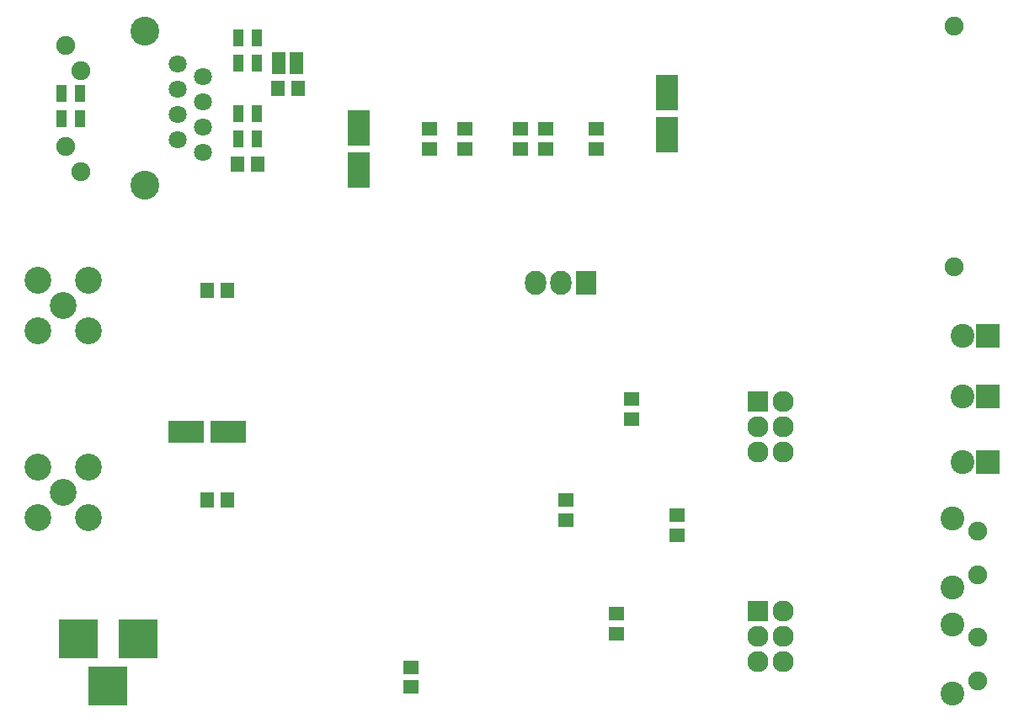
<source format=gbs>
G04 #@! TF.FileFunction,Soldermask,Bot*
%FSLAX46Y46*%
G04 Gerber Fmt 4.6, Leading zero omitted, Abs format (unit mm)*
G04 Created by KiCad (PCBNEW 4.0.2-stable) date 27.04.2016 23:24:33*
%MOMM*%
G01*
G04 APERTURE LIST*
%ADD10C,0.100000*%
%ADD11C,1.901140*%
%ADD12C,2.398980*%
%ADD13C,1.900000*%
%ADD14R,1.650000X1.400000*%
%ADD15C,1.800000*%
%ADD16C,2.900000*%
%ADD17R,1.400000X1.650000*%
%ADD18R,3.900120X3.900120*%
%ADD19R,2.400000X2.400000*%
%ADD20C,2.400000*%
%ADD21R,1.416000X2.178000*%
%ADD22R,2.127200X2.127200*%
%ADD23O,2.127200X2.127200*%
%ADD24R,2.127200X2.432000*%
%ADD25O,2.127200X2.432000*%
%ADD26R,1.100000X1.700000*%
%ADD27C,2.700000*%
%ADD28R,2.200860X3.549600*%
%ADD29R,3.549600X2.200860*%
G04 APERTURE END LIST*
D10*
D11*
X198882000Y-123126500D03*
X198882000Y-118681500D03*
D12*
X196342000Y-124396500D03*
X196342000Y-117411500D03*
D13*
X196512000Y-57242000D03*
X196512000Y-81442000D03*
D14*
X160528000Y-69580000D03*
X160528000Y-67580000D03*
D15*
X118432000Y-63602000D03*
X118432000Y-61062000D03*
X120972000Y-62332000D03*
X120972000Y-64872000D03*
X118432000Y-66142000D03*
X120972000Y-67412000D03*
X118432000Y-68682000D03*
X120972000Y-69952000D03*
D16*
X115142000Y-57757000D03*
X115142000Y-73257000D03*
D13*
X107192000Y-69292000D03*
X108712000Y-71832000D03*
X107192000Y-59182000D03*
X108712000Y-61722000D03*
D14*
X155448000Y-69580000D03*
X155448000Y-67580000D03*
X143764000Y-69580000D03*
X143764000Y-67580000D03*
X147320000Y-69580000D03*
X147320000Y-67580000D03*
X152908000Y-69580000D03*
X152908000Y-67580000D03*
D17*
X130540000Y-63500000D03*
X128540000Y-63500000D03*
X124476000Y-71120000D03*
X126476000Y-71120000D03*
X121428000Y-83820000D03*
X123428000Y-83820000D03*
X121428000Y-104902000D03*
X123428000Y-104902000D03*
D14*
X164084000Y-94758000D03*
X164084000Y-96758000D03*
X157480000Y-104918000D03*
X157480000Y-106918000D03*
X168656000Y-108442000D03*
X168656000Y-106442000D03*
X162560000Y-118348000D03*
X162560000Y-116348000D03*
D18*
X114457480Y-118872000D03*
X108458000Y-118872000D03*
X111457740Y-123571000D03*
D19*
X199898000Y-101092000D03*
D20*
X197358000Y-101092000D03*
D19*
X199898000Y-94488000D03*
D20*
X197358000Y-94488000D03*
D21*
X130429000Y-60960000D03*
X128651000Y-60960000D03*
D22*
X176784000Y-94996000D03*
D23*
X179324000Y-94996000D03*
X176784000Y-97536000D03*
X179324000Y-97536000D03*
X176784000Y-100076000D03*
X179324000Y-100076000D03*
D22*
X176784000Y-116078000D03*
D23*
X179324000Y-116078000D03*
X176784000Y-118618000D03*
X179324000Y-118618000D03*
X176784000Y-121158000D03*
X179324000Y-121158000D03*
D24*
X159512000Y-83058000D03*
D25*
X156972000Y-83058000D03*
X154432000Y-83058000D03*
D26*
X124526000Y-60960000D03*
X126426000Y-60960000D03*
X124526000Y-58420000D03*
X126426000Y-58420000D03*
X126426000Y-66040000D03*
X124526000Y-66040000D03*
X126426000Y-68580000D03*
X124526000Y-68580000D03*
X106746000Y-64008000D03*
X108646000Y-64008000D03*
X106746000Y-66548000D03*
X108646000Y-66548000D03*
D27*
X106934000Y-85344000D03*
X109474000Y-87884000D03*
X109474000Y-82804000D03*
X104394000Y-82804000D03*
X104394000Y-87884000D03*
X106934000Y-104140000D03*
X109474000Y-106680000D03*
X109474000Y-101600000D03*
X104394000Y-101600000D03*
X104394000Y-106680000D03*
D11*
X198882000Y-112458500D03*
X198882000Y-108013500D03*
D12*
X196342000Y-113728500D03*
X196342000Y-106743500D03*
D14*
X141870000Y-121708000D03*
X141870000Y-123708000D03*
D19*
X199898000Y-88392000D03*
D20*
X197358000Y-88392000D03*
D28*
X167640000Y-63914020D03*
X167640000Y-68165980D03*
D29*
X119286020Y-98044000D03*
X123537980Y-98044000D03*
D28*
X136652000Y-71721980D03*
X136652000Y-67470020D03*
M02*

</source>
